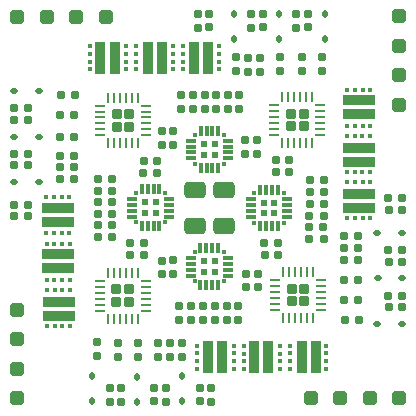
<source format=gbr>
G04 #@! TF.GenerationSoftware,KiCad,Pcbnew,8.0.0-8.0.0-1~ubuntu22.04.1*
G04 #@! TF.CreationDate,2024-03-02T20:13:00+07:00*
G04 #@! TF.ProjectId,FC_ESC_STM32F405RG_26x26,46435f45-5343-45f5-9354-4d3332463430,rev?*
G04 #@! TF.SameCoordinates,Original*
G04 #@! TF.FileFunction,Paste,Bot*
G04 #@! TF.FilePolarity,Positive*
%FSLAX46Y46*%
G04 Gerber Fmt 4.6, Leading zero omitted, Abs format (unit mm)*
G04 Created by KiCad (PCBNEW 8.0.0-8.0.0-1~ubuntu22.04.1) date 2024-03-02 20:13:00*
%MOMM*%
%LPD*%
G01*
G04 APERTURE LIST*
G04 Aperture macros list*
%AMRoundRect*
0 Rectangle with rounded corners*
0 $1 Rounding radius*
0 $2 $3 $4 $5 $6 $7 $8 $9 X,Y pos of 4 corners*
0 Add a 4 corners polygon primitive as box body*
4,1,4,$2,$3,$4,$5,$6,$7,$8,$9,$2,$3,0*
0 Add four circle primitives for the rounded corners*
1,1,$1+$1,$2,$3*
1,1,$1+$1,$4,$5*
1,1,$1+$1,$6,$7*
1,1,$1+$1,$8,$9*
0 Add four rect primitives between the rounded corners*
20,1,$1+$1,$2,$3,$4,$5,0*
20,1,$1+$1,$4,$5,$6,$7,0*
20,1,$1+$1,$6,$7,$8,$9,0*
20,1,$1+$1,$8,$9,$2,$3,0*%
G04 Aperture macros list end*
%ADD10RoundRect,0.155000X-0.155000X0.212500X-0.155000X-0.212500X0.155000X-0.212500X0.155000X0.212500X0*%
%ADD11R,0.540000X0.540000*%
%ADD12R,0.300000X0.300000*%
%ADD13R,0.300000X0.900000*%
%ADD14R,0.900000X0.300000*%
%ADD15RoundRect,0.160000X-0.160000X0.197500X-0.160000X-0.197500X0.160000X-0.197500X0.160000X0.197500X0*%
%ADD16RoundRect,0.112500X0.187500X0.112500X-0.187500X0.112500X-0.187500X-0.112500X0.187500X-0.112500X0*%
%ADD17RoundRect,0.300000X-0.300000X0.300000X-0.300000X-0.300000X0.300000X-0.300000X0.300000X0.300000X0*%
%ADD18RoundRect,0.160000X0.197500X0.160000X-0.197500X0.160000X-0.197500X-0.160000X0.197500X-0.160000X0*%
%ADD19RoundRect,0.112500X-0.187500X-0.112500X0.187500X-0.112500X0.187500X0.112500X-0.187500X0.112500X0*%
%ADD20R,0.450000X0.450000*%
%ADD21R,2.760000X0.900000*%
%ADD22R,2.760000X0.970000*%
%ADD23RoundRect,0.112500X0.112500X-0.187500X0.112500X0.187500X-0.112500X0.187500X-0.112500X-0.187500X0*%
%ADD24RoundRect,0.155000X0.212500X0.155000X-0.212500X0.155000X-0.212500X-0.155000X0.212500X-0.155000X0*%
%ADD25R,0.900000X2.760000*%
%ADD26R,0.970000X2.760000*%
%ADD27RoundRect,0.160000X-0.197500X-0.160000X0.197500X-0.160000X0.197500X0.160000X-0.197500X0.160000X0*%
%ADD28RoundRect,0.155000X-0.212500X-0.155000X0.212500X-0.155000X0.212500X0.155000X-0.212500X0.155000X0*%
%ADD29RoundRect,0.155000X0.155000X-0.212500X0.155000X0.212500X-0.155000X0.212500X-0.155000X-0.212500X0*%
%ADD30RoundRect,0.112500X-0.112500X0.187500X-0.112500X-0.187500X0.112500X-0.187500X0.112500X0.187500X0*%
%ADD31RoundRect,0.160000X0.160000X-0.197500X0.160000X0.197500X-0.160000X0.197500X-0.160000X-0.197500X0*%
%ADD32RoundRect,0.300000X-0.300000X-0.300000X0.300000X-0.300000X0.300000X0.300000X-0.300000X0.300000X0*%
%ADD33RoundRect,0.217500X0.217500X-0.217500X0.217500X0.217500X-0.217500X0.217500X-0.217500X-0.217500X0*%
%ADD34RoundRect,0.062500X0.062500X-0.375000X0.062500X0.375000X-0.062500X0.375000X-0.062500X-0.375000X0*%
%ADD35RoundRect,0.062500X0.375000X-0.062500X0.375000X0.062500X-0.375000X0.062500X-0.375000X-0.062500X0*%
%ADD36RoundRect,0.217500X0.217500X0.217500X-0.217500X0.217500X-0.217500X-0.217500X0.217500X-0.217500X0*%
%ADD37RoundRect,0.062500X0.375000X0.062500X-0.375000X0.062500X-0.375000X-0.062500X0.375000X-0.062500X0*%
%ADD38RoundRect,0.062500X0.062500X0.375000X-0.062500X0.375000X-0.062500X-0.375000X0.062500X-0.375000X0*%
%ADD39RoundRect,0.217500X-0.217500X0.217500X-0.217500X-0.217500X0.217500X-0.217500X0.217500X0.217500X0*%
%ADD40RoundRect,0.062500X-0.062500X0.375000X-0.062500X-0.375000X0.062500X-0.375000X0.062500X0.375000X0*%
%ADD41RoundRect,0.062500X-0.375000X0.062500X-0.375000X-0.062500X0.375000X-0.062500X0.375000X0.062500X0*%
%ADD42RoundRect,0.300000X0.300000X0.300000X-0.300000X0.300000X-0.300000X-0.300000X0.300000X-0.300000X0*%
%ADD43RoundRect,0.217500X-0.217500X-0.217500X0.217500X-0.217500X0.217500X0.217500X-0.217500X0.217500X0*%
%ADD44RoundRect,0.062500X-0.375000X-0.062500X0.375000X-0.062500X0.375000X0.062500X-0.375000X0.062500X0*%
%ADD45RoundRect,0.062500X-0.062500X-0.375000X0.062500X-0.375000X0.062500X0.375000X-0.062500X0.375000X0*%
%ADD46RoundRect,0.300000X0.300000X-0.300000X0.300000X0.300000X-0.300000X0.300000X-0.300000X-0.300000X0*%
%ADD47RoundRect,0.250000X-0.650000X0.412500X-0.650000X-0.412500X0.650000X-0.412500X0.650000X0.412500X0*%
G04 APERTURE END LIST*
D10*
X212527900Y-73702500D03*
X212527900Y-74837500D03*
X207117700Y-95475000D03*
X207117700Y-96610000D03*
D11*
X220150500Y-80657500D03*
X221050500Y-80657500D03*
X220150500Y-79757500D03*
X221050500Y-79757500D03*
D12*
X221850500Y-81457500D03*
D13*
X221350500Y-81757500D03*
X220850500Y-81757500D03*
X220350500Y-81757500D03*
X219850500Y-81757500D03*
D12*
X219350500Y-81457500D03*
D14*
X219050500Y-80957500D03*
X219050500Y-80457500D03*
X219050500Y-79957500D03*
X219050500Y-79457500D03*
D12*
X219350500Y-78957500D03*
D13*
X219850500Y-78657500D03*
X220350500Y-78657500D03*
X220850500Y-78657500D03*
X221350500Y-78657500D03*
D12*
X221850500Y-78957500D03*
D14*
X222150500Y-79457500D03*
X222150500Y-79957500D03*
X222150500Y-80457500D03*
X222150500Y-80957500D03*
D15*
X206076300Y-91547600D03*
X206076300Y-92742600D03*
D16*
X231891300Y-90036900D03*
X229791300Y-90036900D03*
D17*
X224154100Y-96336100D03*
X226654100Y-96336100D03*
X229154100Y-96336100D03*
X231654100Y-96336100D03*
D15*
X211257900Y-91623800D03*
X211257900Y-92818800D03*
X218100500Y-70637500D03*
X218100500Y-71832500D03*
X216150500Y-70612500D03*
X216150500Y-71807500D03*
D18*
X204145900Y-72333100D03*
X202950900Y-72333100D03*
D19*
X199031900Y-74187300D03*
X201131900Y-74187300D03*
D20*
X203774700Y-90222900D03*
X203124700Y-90222900D03*
D21*
X202799700Y-89346900D03*
D20*
X202474700Y-90222900D03*
X201824700Y-90222900D03*
D22*
X202799700Y-88131900D03*
D20*
X203124700Y-87150900D03*
X202474700Y-87150900D03*
X201824700Y-87150900D03*
X203774700Y-87150900D03*
D23*
X213289900Y-96573300D03*
X213289900Y-94473300D03*
D24*
X222306900Y-76157500D03*
X221171900Y-76157500D03*
D20*
X212459900Y-66506700D03*
X212459900Y-67156700D03*
D25*
X211583900Y-67481700D03*
D20*
X212459900Y-67806700D03*
X212459900Y-68456700D03*
D26*
X210368900Y-67481700D03*
D20*
X209387900Y-67156700D03*
X209387900Y-67806700D03*
X209387900Y-68456700D03*
X209387900Y-66506700D03*
D18*
X200237500Y-76600000D03*
X199042500Y-76600000D03*
D19*
X199050500Y-78048100D03*
X201150500Y-78048100D03*
D10*
X210902300Y-95455000D03*
X210902300Y-96590000D03*
D18*
X207325500Y-82657500D03*
X206130500Y-82657500D03*
X204171300Y-70605900D03*
X202976300Y-70605900D03*
D20*
X218463300Y-93831300D03*
X218463300Y-93181300D03*
D25*
X219339300Y-92856300D03*
D20*
X218463300Y-92531300D03*
X218463300Y-91881300D03*
D26*
X220554300Y-92856300D03*
D20*
X221535300Y-93181300D03*
X221535300Y-92531300D03*
X221535300Y-91881300D03*
X221535300Y-93831300D03*
D24*
X200195000Y-71748900D03*
X199060000Y-71748900D03*
X231887500Y-88589100D03*
X230752500Y-88589100D03*
D27*
X227017650Y-89732100D03*
X228212650Y-89732100D03*
D28*
X230756400Y-80384900D03*
X231891400Y-80384900D03*
D16*
X231891300Y-82340700D03*
X229791300Y-82340700D03*
D18*
X231897500Y-79394300D03*
X230702500Y-79394300D03*
D27*
X224055400Y-79832700D03*
X225250400Y-79832700D03*
D19*
X199048700Y-70326500D03*
X201148700Y-70326500D03*
D24*
X200193000Y-79932500D03*
X199058000Y-79932500D03*
D18*
X200237500Y-72739500D03*
X199042500Y-72739500D03*
D23*
X209479900Y-96607500D03*
X209479900Y-94507500D03*
D24*
X221375800Y-84182500D03*
X220240800Y-84182500D03*
D15*
X207828900Y-91598400D03*
X207828900Y-92793400D03*
D24*
X211130900Y-76193900D03*
X209995900Y-76193900D03*
D18*
X204145900Y-74161900D03*
X202950900Y-74161900D03*
D29*
X219650500Y-86907500D03*
X219650500Y-85772500D03*
D10*
X211527500Y-84668800D03*
X211527500Y-85803800D03*
D27*
X226967200Y-87982500D03*
X228162200Y-87982500D03*
D20*
X201764100Y-79294100D03*
X202414100Y-79294100D03*
D21*
X202739100Y-80170100D03*
D20*
X203064100Y-79294100D03*
X203714100Y-79294100D03*
D22*
X202739100Y-81385100D03*
D20*
X202414100Y-82366100D03*
X203064100Y-82366100D03*
X203714100Y-82366100D03*
X201764100Y-82366100D03*
X214547900Y-93805900D03*
X214547900Y-93155900D03*
D25*
X215423900Y-92830900D03*
D20*
X214547900Y-92505900D03*
X214547900Y-91855900D03*
D26*
X216638900Y-92830900D03*
D20*
X217619900Y-93155900D03*
X217619900Y-92505900D03*
X217619900Y-91855900D03*
X217619900Y-93805900D03*
D30*
X217633300Y-63773300D03*
X217633300Y-65873300D03*
D15*
X214570000Y-63762500D03*
X214570000Y-64957500D03*
D18*
X204133400Y-76762500D03*
X202938400Y-76762500D03*
D27*
X224037900Y-82807700D03*
X225232900Y-82807700D03*
X206128000Y-77757500D03*
X207323000Y-77757500D03*
D29*
X218700500Y-86915000D03*
X218700500Y-85780000D03*
D24*
X231897500Y-84750000D03*
X230762500Y-84750000D03*
D15*
X212232900Y-91623800D03*
X212232900Y-92818800D03*
D29*
X219614500Y-75618400D03*
X219614500Y-74483400D03*
D10*
X214750000Y-95452500D03*
X214750000Y-96587500D03*
D15*
X209556100Y-91598400D03*
X209556100Y-92793400D03*
D20*
X229190300Y-81096100D03*
X228540300Y-81096100D03*
D21*
X228215300Y-80220100D03*
D20*
X227890300Y-81096100D03*
X227240300Y-81096100D03*
D22*
X228215300Y-79005100D03*
D20*
X228540300Y-78024100D03*
X227890300Y-78024100D03*
X227240300Y-78024100D03*
X229190300Y-78024100D03*
D27*
X206128000Y-79732500D03*
X207323000Y-79732500D03*
D18*
X207325500Y-78757500D03*
X206130500Y-78757500D03*
D27*
X206125500Y-80682500D03*
X207320500Y-80682500D03*
D15*
X213975500Y-88532500D03*
X213975500Y-89727500D03*
D18*
X204145900Y-75787500D03*
X202950900Y-75787500D03*
D30*
X225329500Y-63782500D03*
X225329500Y-65882500D03*
D31*
X218025500Y-89705000D03*
X218025500Y-88510000D03*
D18*
X221405800Y-83204300D03*
X220210800Y-83204300D03*
D16*
X231908100Y-86176100D03*
X229808100Y-86176100D03*
D20*
X229179900Y-77188545D03*
X228529900Y-77188545D03*
D21*
X228204900Y-76312545D03*
D20*
X227879900Y-77188545D03*
X227229900Y-77188545D03*
D22*
X228204900Y-75097545D03*
D20*
X228529900Y-74116545D03*
X227879900Y-74116545D03*
X227229900Y-74116545D03*
X229179900Y-74116545D03*
D18*
X204133400Y-77727700D03*
X202938400Y-77727700D03*
D31*
X212975500Y-89727500D03*
X212975500Y-88532500D03*
D11*
X211040000Y-79730000D03*
X210140000Y-79730000D03*
X211040000Y-80630000D03*
X210140000Y-80630000D03*
D12*
X209340000Y-78930000D03*
D13*
X209840000Y-78630000D03*
X210340000Y-78630000D03*
X210840000Y-78630000D03*
X211340000Y-78630000D03*
D12*
X211840000Y-78930000D03*
D14*
X212140000Y-79430000D03*
X212140000Y-79930000D03*
X212140000Y-80430000D03*
X212140000Y-80930000D03*
D12*
X211840000Y-81430000D03*
D13*
X211340000Y-81730000D03*
X210840000Y-81730000D03*
X210340000Y-81730000D03*
X209840000Y-81730000D03*
D12*
X209340000Y-81430000D03*
D14*
X209040000Y-80930000D03*
X209040000Y-80430000D03*
X209040000Y-79930000D03*
X209040000Y-79430000D03*
D27*
X230712500Y-83788500D03*
X231907500Y-83788500D03*
D31*
X215025500Y-89730000D03*
X215025500Y-88535000D03*
D32*
X231650500Y-71485700D03*
X231650500Y-68985700D03*
X231650500Y-66485700D03*
X231650500Y-63985700D03*
D27*
X226967200Y-86303100D03*
X228162200Y-86303100D03*
X226979300Y-83600900D03*
X228174300Y-83600900D03*
D20*
X216367345Y-66506700D03*
X216367345Y-67156700D03*
D25*
X215491345Y-67481700D03*
D20*
X216367345Y-67806700D03*
X216367345Y-68456700D03*
D26*
X214276345Y-67481700D03*
D20*
X213295345Y-67156700D03*
X213295345Y-67806700D03*
X213295345Y-68456700D03*
X213295345Y-66506700D03*
D33*
X222460000Y-73290000D03*
X223540000Y-73290000D03*
X222460000Y-72210000D03*
X223540000Y-72210000D03*
D34*
X224250000Y-74687500D03*
X223750000Y-74687500D03*
X223250000Y-74687500D03*
X222750000Y-74687500D03*
X222250000Y-74687500D03*
X221750000Y-74687500D03*
D35*
X221062500Y-74000000D03*
X221062500Y-73500000D03*
X221062500Y-73000000D03*
X221062500Y-72500000D03*
X221062500Y-72000000D03*
X221062500Y-71500000D03*
D34*
X221750000Y-70812500D03*
X222250000Y-70812500D03*
X222750000Y-70812500D03*
X223250000Y-70812500D03*
X223750000Y-70812500D03*
X224250000Y-70812500D03*
D35*
X224937500Y-71500000D03*
X224937500Y-72000000D03*
X224937500Y-72500000D03*
X224937500Y-73000000D03*
X224937500Y-73500000D03*
X224937500Y-74000000D03*
D18*
X225230400Y-80848700D03*
X224035400Y-80848700D03*
D36*
X208800000Y-73330000D03*
X208800000Y-72250000D03*
X207720000Y-73330000D03*
X207720000Y-72250000D03*
D37*
X210197500Y-71540000D03*
X210197500Y-72040000D03*
X210197500Y-72540000D03*
X210197500Y-73040000D03*
X210197500Y-73540000D03*
X210197500Y-74040000D03*
D38*
X209510000Y-74727500D03*
X209010000Y-74727500D03*
X208510000Y-74727500D03*
X208010000Y-74727500D03*
X207510000Y-74727500D03*
X207010000Y-74727500D03*
D37*
X206322500Y-74040000D03*
X206322500Y-73540000D03*
X206322500Y-73040000D03*
X206322500Y-72540000D03*
X206322500Y-72040000D03*
X206322500Y-71540000D03*
D38*
X207010000Y-70852500D03*
X207510000Y-70852500D03*
X208010000Y-70852500D03*
X208510000Y-70852500D03*
X209010000Y-70852500D03*
X209510000Y-70852500D03*
D39*
X208780000Y-87100000D03*
X207700000Y-87100000D03*
X208780000Y-88180000D03*
X207700000Y-88180000D03*
D40*
X206990000Y-85702500D03*
X207490000Y-85702500D03*
X207990000Y-85702500D03*
X208490000Y-85702500D03*
X208990000Y-85702500D03*
X209490000Y-85702500D03*
D41*
X210177500Y-86390000D03*
X210177500Y-86890000D03*
X210177500Y-87390000D03*
X210177500Y-87890000D03*
X210177500Y-88390000D03*
X210177500Y-88890000D03*
D40*
X209490000Y-89577500D03*
X208990000Y-89577500D03*
X208490000Y-89577500D03*
X207990000Y-89577500D03*
X207490000Y-89577500D03*
X206990000Y-89577500D03*
D41*
X206302500Y-88890000D03*
X206302500Y-88390000D03*
X206302500Y-87890000D03*
X206302500Y-87390000D03*
X206302500Y-86890000D03*
X206302500Y-86390000D03*
D23*
X205669900Y-96573300D03*
X205669900Y-94473300D03*
D18*
X225247900Y-77857700D03*
X224052900Y-77857700D03*
D20*
X205458500Y-68456700D03*
X205458500Y-67806700D03*
D25*
X206334500Y-67481700D03*
D20*
X205458500Y-67156700D03*
X205458500Y-66506700D03*
D26*
X207549500Y-67481700D03*
D20*
X208530500Y-67806700D03*
X208530500Y-67156700D03*
X208530500Y-66506700D03*
X208530500Y-68456700D03*
D31*
X211867500Y-96607500D03*
X211867500Y-95412500D03*
D27*
X230702500Y-87620000D03*
X231897500Y-87620000D03*
D15*
X217025500Y-88510000D03*
X217025500Y-89705000D03*
D20*
X225481900Y-91871500D03*
X225481900Y-92521500D03*
D25*
X224605900Y-92846500D03*
D20*
X225481900Y-93171500D03*
X225481900Y-93821500D03*
D26*
X223390900Y-92846500D03*
D20*
X222409900Y-92521500D03*
X222409900Y-93171500D03*
X222409900Y-93821500D03*
X222409900Y-91871500D03*
D31*
X219817700Y-68662500D03*
X219817700Y-67467500D03*
D24*
X222306900Y-77157500D03*
X221171900Y-77157500D03*
D31*
X215175500Y-71810000D03*
X215175500Y-70615000D03*
D15*
X222930000Y-63762500D03*
X222930000Y-64957500D03*
X213207900Y-91598800D03*
X213207900Y-92793800D03*
D27*
X226974400Y-82614700D03*
X228169400Y-82614700D03*
D29*
X223907100Y-64897500D03*
X223907100Y-63762500D03*
D20*
X227250100Y-70187500D03*
X227900100Y-70187500D03*
D21*
X228225100Y-71063500D03*
D20*
X228550100Y-70187500D03*
X229200100Y-70187500D03*
D22*
X228225100Y-72278500D03*
D20*
X227900100Y-73259500D03*
X228550100Y-73259500D03*
X229200100Y-73259500D03*
X227250100Y-73259500D03*
D27*
X199045500Y-80907500D03*
X200240500Y-80907500D03*
D28*
X208865500Y-84182500D03*
X210000500Y-84182500D03*
D15*
X218623900Y-74428000D03*
X218623900Y-75623000D03*
D29*
X215500000Y-64907500D03*
X215500000Y-63772500D03*
D42*
X199300500Y-88826900D03*
X199300500Y-91326900D03*
X199300500Y-93826900D03*
X199300500Y-96326900D03*
D43*
X222540000Y-87027500D03*
X222540000Y-88107500D03*
X223620000Y-87027500D03*
X223620000Y-88107500D03*
D44*
X221142500Y-88817500D03*
X221142500Y-88317500D03*
X221142500Y-87817500D03*
X221142500Y-87317500D03*
X221142500Y-86817500D03*
X221142500Y-86317500D03*
D45*
X221830000Y-85630000D03*
X222330000Y-85630000D03*
X222830000Y-85630000D03*
X223330000Y-85630000D03*
X223830000Y-85630000D03*
X224330000Y-85630000D03*
D44*
X225017500Y-86317500D03*
X225017500Y-86817500D03*
X225017500Y-87317500D03*
X225017500Y-87817500D03*
X225017500Y-88317500D03*
X225017500Y-88817500D03*
D45*
X224330000Y-89505000D03*
X223830000Y-89505000D03*
X223330000Y-89505000D03*
X222830000Y-89505000D03*
X222330000Y-89505000D03*
X221830000Y-89505000D03*
D27*
X224052500Y-78857700D03*
X225247500Y-78857700D03*
D31*
X217125500Y-71807500D03*
X217125500Y-70612500D03*
X208057500Y-96617500D03*
X208057500Y-95422500D03*
D28*
X199052500Y-75640000D03*
X200187500Y-75640000D03*
D46*
X206780000Y-64010000D03*
X204280000Y-64010000D03*
X201780000Y-64010000D03*
X199280000Y-64010000D03*
D11*
X216025500Y-75707500D03*
X216025500Y-74807500D03*
X215125500Y-75707500D03*
X215125500Y-74807500D03*
D12*
X216825500Y-74007500D03*
D14*
X217125500Y-74507500D03*
X217125500Y-75007500D03*
X217125500Y-75507500D03*
X217125500Y-76007500D03*
D12*
X216825500Y-76507500D03*
D13*
X216325500Y-76807500D03*
X215825500Y-76807500D03*
X215325500Y-76807500D03*
X214825500Y-76807500D03*
D12*
X214325500Y-76507500D03*
D14*
X214025500Y-76007500D03*
X214025500Y-75507500D03*
X214025500Y-75007500D03*
X214025500Y-74507500D03*
D12*
X214325500Y-74007500D03*
D13*
X214825500Y-73707500D03*
X215325500Y-73707500D03*
X215825500Y-73707500D03*
X216325500Y-73707500D03*
D31*
X223449900Y-68638000D03*
X223449900Y-67443000D03*
D11*
X215110000Y-84730000D03*
X215110000Y-85630000D03*
X216010000Y-84730000D03*
X216010000Y-85630000D03*
D12*
X214310000Y-86430000D03*
D14*
X214010000Y-85930000D03*
X214010000Y-85430000D03*
X214010000Y-84930000D03*
X214010000Y-84430000D03*
D12*
X214310000Y-83930000D03*
D13*
X214810000Y-83630000D03*
X215310000Y-83630000D03*
X215810000Y-83630000D03*
X216310000Y-83630000D03*
D12*
X216810000Y-83930000D03*
D14*
X217110000Y-84430000D03*
X217110000Y-84930000D03*
X217110000Y-85430000D03*
X217110000Y-85930000D03*
D12*
X216810000Y-86430000D03*
D13*
X216310000Y-86730000D03*
X215810000Y-86730000D03*
X215310000Y-86730000D03*
X214810000Y-86730000D03*
D31*
X225096545Y-68624700D03*
X225096545Y-67429700D03*
D47*
X214387900Y-78645000D03*
X214387900Y-81770000D03*
D31*
X221570300Y-68637500D03*
X221570300Y-67442500D03*
D27*
X209974600Y-77209900D03*
X211169600Y-77209900D03*
D31*
X218852500Y-68662500D03*
X218852500Y-67467500D03*
X216025500Y-89727500D03*
X216025500Y-88532500D03*
D30*
X221494100Y-63782500D03*
X221494100Y-65882500D03*
D15*
X214175500Y-70610000D03*
X214175500Y-71805000D03*
D29*
X220071700Y-64892500D03*
X220071700Y-63757500D03*
D10*
X211575500Y-73707500D03*
X211575500Y-74842500D03*
D31*
X212502500Y-85821700D03*
X212502500Y-84626700D03*
D27*
X224032900Y-81832700D03*
X225227900Y-81832700D03*
D31*
X215728300Y-96607500D03*
X215728300Y-95412500D03*
D20*
X201783700Y-83229700D03*
X202433700Y-83229700D03*
D21*
X202758700Y-84105700D03*
D20*
X203083700Y-83229700D03*
X203733700Y-83229700D03*
D22*
X202758700Y-85320700D03*
D20*
X202433700Y-86301700D03*
X203083700Y-86301700D03*
X203733700Y-86301700D03*
X201783700Y-86301700D03*
D15*
X213150500Y-70610000D03*
X213150500Y-71805000D03*
D27*
X226979300Y-84575900D03*
X228174300Y-84575900D03*
D18*
X207320500Y-81657500D03*
X206125500Y-81657500D03*
D31*
X217861500Y-68644100D03*
X217861500Y-67449100D03*
D28*
X208865500Y-83207500D03*
X210000500Y-83207500D03*
D15*
X219096700Y-63762500D03*
X219096700Y-64957500D03*
D47*
X216775500Y-78645000D03*
X216775500Y-81770000D03*
M02*

</source>
